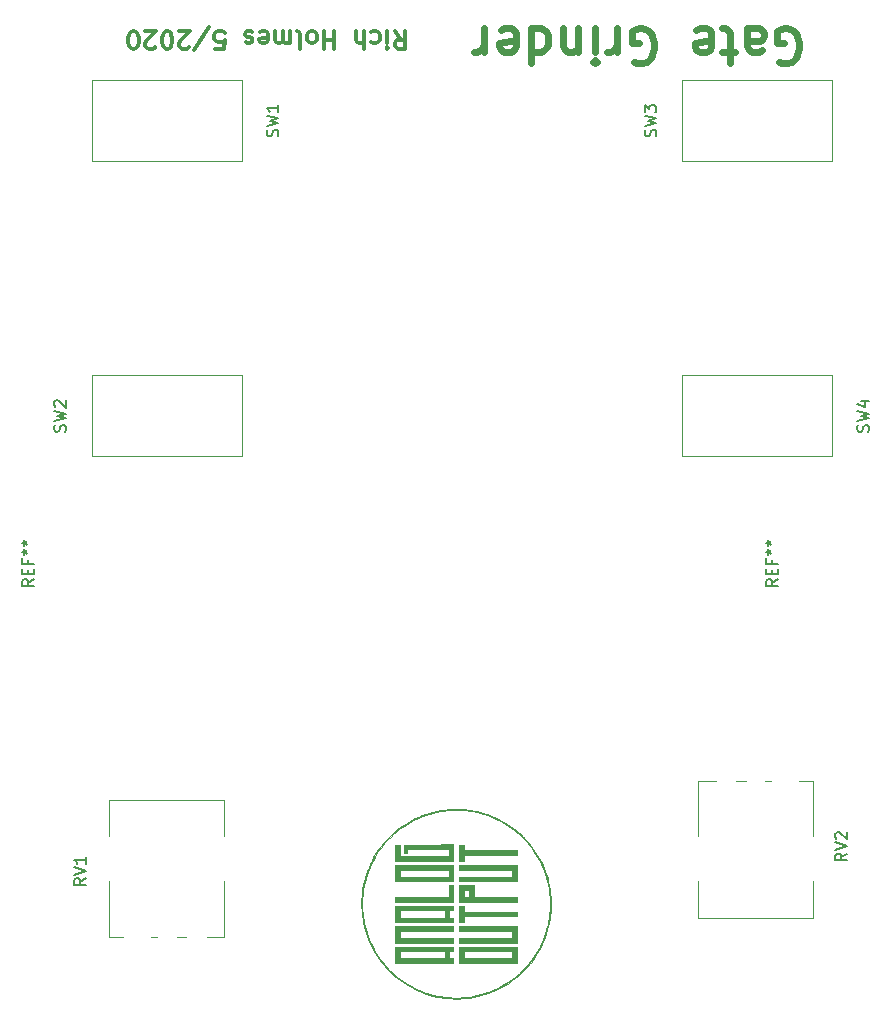
<source format=gbr>
G04 #@! TF.GenerationSoftware,KiCad,Pcbnew,5.1.5-52549c5~84~ubuntu18.04.1*
G04 #@! TF.CreationDate,2020-05-11T15:13:20-04:00*
G04 #@! TF.ProjectId,gategrinder_panelPCB,67617465-6772-4696-9e64-65725f70616e,rev?*
G04 #@! TF.SameCoordinates,Original*
G04 #@! TF.FileFunction,Legend,Top*
G04 #@! TF.FilePolarity,Positive*
%FSLAX46Y46*%
G04 Gerber Fmt 4.6, Leading zero omitted, Abs format (unit mm)*
G04 Created by KiCad (PCBNEW 5.1.5-52549c5~84~ubuntu18.04.1) date 2020-05-11 15:13:20*
%MOMM*%
%LPD*%
G04 APERTURE LIST*
%ADD10C,0.300000*%
%ADD11C,0.600000*%
%ADD12C,0.120000*%
%ADD13C,0.010000*%
%ADD14C,0.150000*%
G04 APERTURE END LIST*
D10*
X101821428Y-46921428D02*
X102321428Y-47635714D01*
X102678571Y-46921428D02*
X102678571Y-48421428D01*
X102107142Y-48421428D01*
X101964285Y-48350000D01*
X101892857Y-48278571D01*
X101821428Y-48135714D01*
X101821428Y-47921428D01*
X101892857Y-47778571D01*
X101964285Y-47707142D01*
X102107142Y-47635714D01*
X102678571Y-47635714D01*
X101178571Y-46921428D02*
X101178571Y-47921428D01*
X101178571Y-48421428D02*
X101250000Y-48350000D01*
X101178571Y-48278571D01*
X101107142Y-48350000D01*
X101178571Y-48421428D01*
X101178571Y-48278571D01*
X99821428Y-46992857D02*
X99964285Y-46921428D01*
X100250000Y-46921428D01*
X100392857Y-46992857D01*
X100464285Y-47064285D01*
X100535714Y-47207142D01*
X100535714Y-47635714D01*
X100464285Y-47778571D01*
X100392857Y-47850000D01*
X100250000Y-47921428D01*
X99964285Y-47921428D01*
X99821428Y-47850000D01*
X99178571Y-46921428D02*
X99178571Y-48421428D01*
X98535714Y-46921428D02*
X98535714Y-47707142D01*
X98607142Y-47850000D01*
X98750000Y-47921428D01*
X98964285Y-47921428D01*
X99107142Y-47850000D01*
X99178571Y-47778571D01*
X96678571Y-46921428D02*
X96678571Y-48421428D01*
X96678571Y-47707142D02*
X95821428Y-47707142D01*
X95821428Y-46921428D02*
X95821428Y-48421428D01*
X94892857Y-46921428D02*
X95035714Y-46992857D01*
X95107142Y-47064285D01*
X95178571Y-47207142D01*
X95178571Y-47635714D01*
X95107142Y-47778571D01*
X95035714Y-47850000D01*
X94892857Y-47921428D01*
X94678571Y-47921428D01*
X94535714Y-47850000D01*
X94464285Y-47778571D01*
X94392857Y-47635714D01*
X94392857Y-47207142D01*
X94464285Y-47064285D01*
X94535714Y-46992857D01*
X94678571Y-46921428D01*
X94892857Y-46921428D01*
X93535714Y-46921428D02*
X93678571Y-46992857D01*
X93750000Y-47135714D01*
X93750000Y-48421428D01*
X92964285Y-46921428D02*
X92964285Y-47921428D01*
X92964285Y-47778571D02*
X92892857Y-47850000D01*
X92750000Y-47921428D01*
X92535714Y-47921428D01*
X92392857Y-47850000D01*
X92321428Y-47707142D01*
X92321428Y-46921428D01*
X92321428Y-47707142D02*
X92250000Y-47850000D01*
X92107142Y-47921428D01*
X91892857Y-47921428D01*
X91750000Y-47850000D01*
X91678571Y-47707142D01*
X91678571Y-46921428D01*
X90392857Y-46992857D02*
X90535714Y-46921428D01*
X90821428Y-46921428D01*
X90964285Y-46992857D01*
X91035714Y-47135714D01*
X91035714Y-47707142D01*
X90964285Y-47850000D01*
X90821428Y-47921428D01*
X90535714Y-47921428D01*
X90392857Y-47850000D01*
X90321428Y-47707142D01*
X90321428Y-47564285D01*
X91035714Y-47421428D01*
X89750000Y-46992857D02*
X89607142Y-46921428D01*
X89321428Y-46921428D01*
X89178571Y-46992857D01*
X89107142Y-47135714D01*
X89107142Y-47207142D01*
X89178571Y-47350000D01*
X89321428Y-47421428D01*
X89535714Y-47421428D01*
X89678571Y-47492857D01*
X89750000Y-47635714D01*
X89750000Y-47707142D01*
X89678571Y-47850000D01*
X89535714Y-47921428D01*
X89321428Y-47921428D01*
X89178571Y-47850000D01*
X86607142Y-48421428D02*
X87321428Y-48421428D01*
X87392857Y-47707142D01*
X87321428Y-47778571D01*
X87178571Y-47850000D01*
X86821428Y-47850000D01*
X86678571Y-47778571D01*
X86607142Y-47707142D01*
X86535714Y-47564285D01*
X86535714Y-47207142D01*
X86607142Y-47064285D01*
X86678571Y-46992857D01*
X86821428Y-46921428D01*
X87178571Y-46921428D01*
X87321428Y-46992857D01*
X87392857Y-47064285D01*
X84821428Y-48492857D02*
X86107142Y-46564285D01*
X84392857Y-48278571D02*
X84321428Y-48350000D01*
X84178571Y-48421428D01*
X83821428Y-48421428D01*
X83678571Y-48350000D01*
X83607142Y-48278571D01*
X83535714Y-48135714D01*
X83535714Y-47992857D01*
X83607142Y-47778571D01*
X84464285Y-46921428D01*
X83535714Y-46921428D01*
X82607142Y-48421428D02*
X82464285Y-48421428D01*
X82321428Y-48350000D01*
X82250000Y-48278571D01*
X82178571Y-48135714D01*
X82107142Y-47850000D01*
X82107142Y-47492857D01*
X82178571Y-47207142D01*
X82250000Y-47064285D01*
X82321428Y-46992857D01*
X82464285Y-46921428D01*
X82607142Y-46921428D01*
X82750000Y-46992857D01*
X82821428Y-47064285D01*
X82892857Y-47207142D01*
X82964285Y-47492857D01*
X82964285Y-47850000D01*
X82892857Y-48135714D01*
X82821428Y-48278571D01*
X82750000Y-48350000D01*
X82607142Y-48421428D01*
X81535714Y-48278571D02*
X81464285Y-48350000D01*
X81321428Y-48421428D01*
X80964285Y-48421428D01*
X80821428Y-48350000D01*
X80750000Y-48278571D01*
X80678571Y-48135714D01*
X80678571Y-47992857D01*
X80750000Y-47778571D01*
X81607142Y-46921428D01*
X80678571Y-46921428D01*
X79750000Y-48421428D02*
X79607142Y-48421428D01*
X79464285Y-48350000D01*
X79392857Y-48278571D01*
X79321428Y-48135714D01*
X79250000Y-47850000D01*
X79250000Y-47492857D01*
X79321428Y-47207142D01*
X79392857Y-47064285D01*
X79464285Y-46992857D01*
X79607142Y-46921428D01*
X79750000Y-46921428D01*
X79892857Y-46992857D01*
X79964285Y-47064285D01*
X80035714Y-47207142D01*
X80107142Y-47492857D01*
X80107142Y-47850000D01*
X80035714Y-48135714D01*
X79964285Y-48278571D01*
X79892857Y-48350000D01*
X79750000Y-48421428D01*
D11*
X134328571Y-49500000D02*
X134614285Y-49642857D01*
X135042857Y-49642857D01*
X135471428Y-49500000D01*
X135757142Y-49214285D01*
X135900000Y-48928571D01*
X136042857Y-48357142D01*
X136042857Y-47928571D01*
X135900000Y-47357142D01*
X135757142Y-47071428D01*
X135471428Y-46785714D01*
X135042857Y-46642857D01*
X134757142Y-46642857D01*
X134328571Y-46785714D01*
X134185714Y-46928571D01*
X134185714Y-47928571D01*
X134757142Y-47928571D01*
X131614285Y-46642857D02*
X131614285Y-48214285D01*
X131757142Y-48500000D01*
X132042857Y-48642857D01*
X132614285Y-48642857D01*
X132900000Y-48500000D01*
X131614285Y-46785714D02*
X131900000Y-46642857D01*
X132614285Y-46642857D01*
X132900000Y-46785714D01*
X133042857Y-47071428D01*
X133042857Y-47357142D01*
X132900000Y-47642857D01*
X132614285Y-47785714D01*
X131900000Y-47785714D01*
X131614285Y-47928571D01*
X130614285Y-48642857D02*
X129471428Y-48642857D01*
X130185714Y-49642857D02*
X130185714Y-47071428D01*
X130042857Y-46785714D01*
X129757142Y-46642857D01*
X129471428Y-46642857D01*
X127328571Y-46785714D02*
X127614285Y-46642857D01*
X128185714Y-46642857D01*
X128471428Y-46785714D01*
X128614285Y-47071428D01*
X128614285Y-48214285D01*
X128471428Y-48500000D01*
X128185714Y-48642857D01*
X127614285Y-48642857D01*
X127328571Y-48500000D01*
X127185714Y-48214285D01*
X127185714Y-47928571D01*
X128614285Y-47642857D01*
X122042857Y-49500000D02*
X122328571Y-49642857D01*
X122757142Y-49642857D01*
X123185714Y-49500000D01*
X123471428Y-49214285D01*
X123614285Y-48928571D01*
X123757142Y-48357142D01*
X123757142Y-47928571D01*
X123614285Y-47357142D01*
X123471428Y-47071428D01*
X123185714Y-46785714D01*
X122757142Y-46642857D01*
X122471428Y-46642857D01*
X122042857Y-46785714D01*
X121900000Y-46928571D01*
X121900000Y-47928571D01*
X122471428Y-47928571D01*
X120614285Y-46642857D02*
X120614285Y-48642857D01*
X120614285Y-48071428D02*
X120471428Y-48357142D01*
X120328571Y-48500000D01*
X120042857Y-48642857D01*
X119757142Y-48642857D01*
X118757142Y-46642857D02*
X118757142Y-48642857D01*
X118757142Y-49642857D02*
X118900000Y-49500000D01*
X118757142Y-49357142D01*
X118614285Y-49500000D01*
X118757142Y-49642857D01*
X118757142Y-49357142D01*
X117328571Y-48642857D02*
X117328571Y-46642857D01*
X117328571Y-48357142D02*
X117185714Y-48500000D01*
X116900000Y-48642857D01*
X116471428Y-48642857D01*
X116185714Y-48500000D01*
X116042857Y-48214285D01*
X116042857Y-46642857D01*
X113328571Y-46642857D02*
X113328571Y-49642857D01*
X113328571Y-46785714D02*
X113614285Y-46642857D01*
X114185714Y-46642857D01*
X114471428Y-46785714D01*
X114614285Y-46928571D01*
X114757142Y-47214285D01*
X114757142Y-48071428D01*
X114614285Y-48357142D01*
X114471428Y-48500000D01*
X114185714Y-48642857D01*
X113614285Y-48642857D01*
X113328571Y-48500000D01*
X110757142Y-46785714D02*
X111042857Y-46642857D01*
X111614285Y-46642857D01*
X111900000Y-46785714D01*
X112042857Y-47071428D01*
X112042857Y-48214285D01*
X111900000Y-48500000D01*
X111614285Y-48642857D01*
X111042857Y-48642857D01*
X110757142Y-48500000D01*
X110614285Y-48214285D01*
X110614285Y-47928571D01*
X112042857Y-47642857D01*
X109328571Y-46642857D02*
X109328571Y-48642857D01*
X109328571Y-48071428D02*
X109185714Y-48357142D01*
X109042857Y-48500000D01*
X108757142Y-48642857D01*
X108471428Y-48642857D01*
D12*
X76150000Y-76080000D02*
X76160000Y-76080000D01*
X76150000Y-82930000D02*
X76150000Y-76080000D01*
X88840000Y-82930000D02*
X76150000Y-82930000D01*
X88850000Y-76070000D02*
X88850000Y-82930000D01*
X76150000Y-76070000D02*
X88850000Y-76070000D01*
D13*
G36*
X101852281Y-116864588D02*
G01*
X101853088Y-116801480D01*
X101853844Y-116728115D01*
X101854535Y-116646935D01*
X101855145Y-116560383D01*
X101855659Y-116470902D01*
X101856063Y-116380934D01*
X101856342Y-116292922D01*
X101856480Y-116209310D01*
X101856492Y-116178788D01*
X101856500Y-115783500D01*
X102262900Y-115783500D01*
X102262900Y-116767750D01*
X106358650Y-116767750D01*
X106358650Y-116170850D01*
X102847338Y-116170850D01*
X102845631Y-116315313D01*
X102843925Y-116459775D01*
X102705757Y-116461487D01*
X102567589Y-116463198D01*
X102569232Y-116123097D01*
X102570875Y-115782995D01*
X104667962Y-115781660D01*
X106765050Y-115780325D01*
X106765050Y-117155100D01*
X101848078Y-117155100D01*
X101852281Y-116864588D01*
G37*
X101852281Y-116864588D02*
X101853088Y-116801480D01*
X101853844Y-116728115D01*
X101854535Y-116646935D01*
X101855145Y-116560383D01*
X101855659Y-116470902D01*
X101856063Y-116380934D01*
X101856342Y-116292922D01*
X101856480Y-116209310D01*
X101856492Y-116178788D01*
X101856500Y-115783500D01*
X102262900Y-115783500D01*
X102262900Y-116767750D01*
X106358650Y-116767750D01*
X106358650Y-116170850D01*
X102847338Y-116170850D01*
X102845631Y-116315313D01*
X102843925Y-116459775D01*
X102705757Y-116461487D01*
X102567589Y-116463198D01*
X102569232Y-116123097D01*
X102570875Y-115782995D01*
X104667962Y-115781660D01*
X106765050Y-115780325D01*
X106765050Y-117155100D01*
X101848078Y-117155100D01*
X101852281Y-116864588D01*
G36*
X101851709Y-118201263D02*
G01*
X101853325Y-117513875D01*
X104309187Y-117512280D01*
X106765050Y-117510684D01*
X106765050Y-118888650D01*
X102262900Y-118888650D01*
X102262900Y-118494950D01*
X106358650Y-118494950D01*
X106358650Y-117904400D01*
X102262900Y-117904400D01*
X102262900Y-118494950D01*
X102262900Y-118888650D01*
X101850093Y-118888650D01*
X101851709Y-118201263D01*
G37*
X101851709Y-118201263D02*
X101853325Y-117513875D01*
X104309187Y-117512280D01*
X106765050Y-117510684D01*
X106765050Y-118888650D01*
X102262900Y-118888650D01*
X102262900Y-118494950D01*
X106358650Y-118494950D01*
X106358650Y-117904400D01*
X102262900Y-117904400D01*
X102262900Y-118494950D01*
X102262900Y-118888650D01*
X101850093Y-118888650D01*
X101851709Y-118201263D01*
G36*
X104105987Y-120233272D02*
G01*
X106355475Y-120231675D01*
X106357101Y-119737963D01*
X106358727Y-119244250D01*
X106765050Y-119244250D01*
X106765050Y-120622200D01*
X101856500Y-120622200D01*
X101856500Y-120234868D01*
X104105987Y-120233272D01*
G37*
X104105987Y-120233272D02*
X106355475Y-120231675D01*
X106357101Y-119737963D01*
X106358727Y-119244250D01*
X106765050Y-119244250D01*
X106765050Y-120622200D01*
X101856500Y-120622200D01*
X101856500Y-120234868D01*
X104105987Y-120233272D01*
G36*
X104309187Y-120979380D02*
G01*
X106765050Y-120977784D01*
X106765050Y-121365150D01*
X106358650Y-121365150D01*
X106358650Y-121962050D01*
X106765050Y-121962050D01*
X106765050Y-122355767D01*
X104309187Y-122354171D01*
X102262900Y-122352842D01*
X102262900Y-121962050D01*
X106085725Y-121962050D01*
X106084075Y-121665188D01*
X106082425Y-121368325D01*
X104172662Y-121366728D01*
X102262900Y-121365130D01*
X102262900Y-121962050D01*
X102262900Y-122352842D01*
X101853325Y-122352575D01*
X101853325Y-120980975D01*
X104309187Y-120979380D01*
G37*
X104309187Y-120979380D02*
X106765050Y-120977784D01*
X106765050Y-121365150D01*
X106358650Y-121365150D01*
X106358650Y-121962050D01*
X106765050Y-121962050D01*
X106765050Y-122355767D01*
X104309187Y-122354171D01*
X102262900Y-122352842D01*
X102262900Y-121962050D01*
X106085725Y-121962050D01*
X106084075Y-121665188D01*
X106082425Y-121368325D01*
X104172662Y-121366728D01*
X102262900Y-121365130D01*
X102262900Y-121962050D01*
X102262900Y-122352842D01*
X101853325Y-122352575D01*
X101853325Y-120980975D01*
X104309187Y-120979380D01*
G36*
X106765050Y-122711350D02*
G01*
X106765050Y-123098700D01*
X102262900Y-123098700D01*
X102262900Y-123695600D01*
X106765050Y-123695600D01*
X106765050Y-124082950D01*
X104513975Y-124084491D01*
X104343382Y-124084607D01*
X104174999Y-124084721D01*
X104009333Y-124084834D01*
X103846892Y-124084943D01*
X103688185Y-124085049D01*
X103533718Y-124085152D01*
X103383999Y-124085252D01*
X103239538Y-124085347D01*
X103100841Y-124085438D01*
X102968417Y-124085525D01*
X102842774Y-124085606D01*
X102724418Y-124085682D01*
X102613860Y-124085753D01*
X102511605Y-124085817D01*
X102418163Y-124085875D01*
X102334041Y-124085927D01*
X102259748Y-124085971D01*
X102195790Y-124086009D01*
X102142676Y-124086039D01*
X102100914Y-124086060D01*
X102071012Y-124086074D01*
X102058112Y-124086078D01*
X101853325Y-124086125D01*
X101853098Y-123398738D01*
X101852872Y-122711350D01*
X106765050Y-122711350D01*
G37*
X106765050Y-122711350D02*
X106765050Y-123098700D01*
X102262900Y-123098700D01*
X102262900Y-123695600D01*
X106765050Y-123695600D01*
X106765050Y-124082950D01*
X104513975Y-124084491D01*
X104343382Y-124084607D01*
X104174999Y-124084721D01*
X104009333Y-124084834D01*
X103846892Y-124084943D01*
X103688185Y-124085049D01*
X103533718Y-124085152D01*
X103383999Y-124085252D01*
X103239538Y-124085347D01*
X103100841Y-124085438D01*
X102968417Y-124085525D01*
X102842774Y-124085606D01*
X102724418Y-124085682D01*
X102613860Y-124085753D01*
X102511605Y-124085817D01*
X102418163Y-124085875D01*
X102334041Y-124085927D01*
X102259748Y-124085971D01*
X102195790Y-124086009D01*
X102142676Y-124086039D01*
X102100914Y-124086060D01*
X102071012Y-124086074D01*
X102058112Y-124086078D01*
X101853325Y-124086125D01*
X101853098Y-123398738D01*
X101852872Y-122711350D01*
X106765050Y-122711350D01*
G36*
X106765050Y-124444900D02*
G01*
X106765050Y-124832250D01*
X106358650Y-124832250D01*
X106358650Y-125429150D01*
X106765050Y-125429150D01*
X106765050Y-125816500D01*
X106563437Y-125816628D01*
X106541822Y-125816640D01*
X106508014Y-125816654D01*
X106462520Y-125816671D01*
X106405845Y-125816691D01*
X106338496Y-125816714D01*
X106260980Y-125816738D01*
X106173804Y-125816766D01*
X106077474Y-125816795D01*
X105972497Y-125816826D01*
X105859379Y-125816859D01*
X105738627Y-125816894D01*
X105610748Y-125816930D01*
X105476247Y-125816968D01*
X105335632Y-125817007D01*
X105189410Y-125817047D01*
X105038086Y-125817088D01*
X104882168Y-125817130D01*
X104722162Y-125817173D01*
X104558575Y-125817216D01*
X104391913Y-125817260D01*
X104222682Y-125817304D01*
X104107575Y-125817333D01*
X102262900Y-125817805D01*
X102262900Y-125429150D01*
X106085725Y-125429150D01*
X106084075Y-125132288D01*
X106082425Y-124835425D01*
X104172662Y-124833828D01*
X102262900Y-124832230D01*
X102262900Y-125429150D01*
X102262900Y-125817805D01*
X101853325Y-125817910D01*
X101853098Y-125131405D01*
X101852872Y-124444900D01*
X106765050Y-124444900D01*
G37*
X106765050Y-124444900D02*
X106765050Y-124832250D01*
X106358650Y-124832250D01*
X106358650Y-125429150D01*
X106765050Y-125429150D01*
X106765050Y-125816500D01*
X106563437Y-125816628D01*
X106541822Y-125816640D01*
X106508014Y-125816654D01*
X106462520Y-125816671D01*
X106405845Y-125816691D01*
X106338496Y-125816714D01*
X106260980Y-125816738D01*
X106173804Y-125816766D01*
X106077474Y-125816795D01*
X105972497Y-125816826D01*
X105859379Y-125816859D01*
X105738627Y-125816894D01*
X105610748Y-125816930D01*
X105476247Y-125816968D01*
X105335632Y-125817007D01*
X105189410Y-125817047D01*
X105038086Y-125817088D01*
X104882168Y-125817130D01*
X104722162Y-125817173D01*
X104558575Y-125817216D01*
X104391913Y-125817260D01*
X104222682Y-125817304D01*
X104107575Y-125817333D01*
X102262900Y-125817805D01*
X102262900Y-125429150D01*
X106085725Y-125429150D01*
X106084075Y-125132288D01*
X106082425Y-124835425D01*
X104172662Y-124833828D01*
X102262900Y-124832230D01*
X102262900Y-125429150D01*
X102262900Y-125817805D01*
X101853325Y-125817910D01*
X101853098Y-125131405D01*
X101852872Y-124444900D01*
X106765050Y-124444900D01*
G36*
X107641350Y-115783500D02*
G01*
X107641350Y-116272450D01*
X112143500Y-116272450D01*
X112143500Y-116666150D01*
X107641350Y-116666150D01*
X107641350Y-117155100D01*
X107234950Y-117155100D01*
X107234950Y-115783500D01*
X107641350Y-115783500D01*
G37*
X107641350Y-115783500D02*
X107641350Y-116272450D01*
X112143500Y-116272450D01*
X112143500Y-116666150D01*
X107641350Y-116666150D01*
X107641350Y-117155100D01*
X107234950Y-117155100D01*
X107234950Y-115783500D01*
X107641350Y-115783500D01*
G36*
X108498522Y-119244250D02*
G01*
X108500148Y-119737963D01*
X108501775Y-120231675D01*
X110322637Y-120233274D01*
X112143500Y-120234872D01*
X112143500Y-120622200D01*
X107959181Y-120622200D01*
X107959181Y-120233773D01*
X108001195Y-120233703D01*
X108036245Y-120233458D01*
X108062800Y-120233048D01*
X108079330Y-120232481D01*
X108084220Y-120231961D01*
X108086165Y-120228623D01*
X108087789Y-120219632D01*
X108089117Y-120204095D01*
X108090172Y-120181114D01*
X108090979Y-120149796D01*
X108091561Y-120109244D01*
X108091942Y-120058563D01*
X108092147Y-119996859D01*
X108092200Y-119933425D01*
X108092200Y-119637950D01*
X107641224Y-119637950D01*
X107642874Y-119934813D01*
X107644525Y-120231675D01*
X107860382Y-120233349D01*
X107911733Y-120233658D01*
X107959181Y-120233773D01*
X107959181Y-120622200D01*
X107234950Y-120622200D01*
X107234950Y-119244250D01*
X108498522Y-119244250D01*
G37*
X108498522Y-119244250D02*
X108500148Y-119737963D01*
X108501775Y-120231675D01*
X110322637Y-120233274D01*
X112143500Y-120234872D01*
X112143500Y-120622200D01*
X107959181Y-120622200D01*
X107959181Y-120233773D01*
X108001195Y-120233703D01*
X108036245Y-120233458D01*
X108062800Y-120233048D01*
X108079330Y-120232481D01*
X108084220Y-120231961D01*
X108086165Y-120228623D01*
X108087789Y-120219632D01*
X108089117Y-120204095D01*
X108090172Y-120181114D01*
X108090979Y-120149796D01*
X108091561Y-120109244D01*
X108091942Y-120058563D01*
X108092147Y-119996859D01*
X108092200Y-119933425D01*
X108092200Y-119637950D01*
X107641224Y-119637950D01*
X107642874Y-119934813D01*
X107644525Y-120231675D01*
X107860382Y-120233349D01*
X107911733Y-120233658D01*
X107959181Y-120233773D01*
X107959181Y-120622200D01*
X107234950Y-120622200D01*
X107234950Y-119244250D01*
X108498522Y-119244250D01*
G36*
X107641350Y-120977800D02*
G01*
X107641350Y-121473100D01*
X112143500Y-121473100D01*
X112143500Y-121860450D01*
X107641350Y-121860450D01*
X107641350Y-122355750D01*
X107234950Y-122355750D01*
X107234950Y-120977800D01*
X107641350Y-120977800D01*
G37*
X107641350Y-120977800D02*
X107641350Y-121473100D01*
X112143500Y-121473100D01*
X112143500Y-121860450D01*
X107641350Y-121860450D01*
X107641350Y-122355750D01*
X107234950Y-122355750D01*
X107234950Y-120977800D01*
X107641350Y-120977800D01*
G36*
X111737100Y-118501300D02*
G01*
X111737100Y-117904400D01*
X107234950Y-117904400D01*
X107234950Y-117517050D01*
X109486025Y-117515510D01*
X109656617Y-117515394D01*
X109825000Y-117515280D01*
X109990666Y-117515167D01*
X110153107Y-117515058D01*
X110311814Y-117514952D01*
X110466281Y-117514849D01*
X110616000Y-117514749D01*
X110760461Y-117514654D01*
X110899158Y-117514563D01*
X111031582Y-117514476D01*
X111157225Y-117514395D01*
X111275581Y-117514319D01*
X111386139Y-117514248D01*
X111488394Y-117514184D01*
X111581836Y-117514126D01*
X111665958Y-117514074D01*
X111740251Y-117514030D01*
X111804209Y-117513992D01*
X111857323Y-117513962D01*
X111899085Y-117513941D01*
X111928987Y-117513927D01*
X111941887Y-117513923D01*
X112146675Y-117513875D01*
X112146901Y-118201263D01*
X112147127Y-118888650D01*
X107234950Y-118888650D01*
X107234950Y-118501300D01*
X111737100Y-118501300D01*
G37*
X111737100Y-118501300D02*
X111737100Y-117904400D01*
X107234950Y-117904400D01*
X107234950Y-117517050D01*
X109486025Y-117515510D01*
X109656617Y-117515394D01*
X109825000Y-117515280D01*
X109990666Y-117515167D01*
X110153107Y-117515058D01*
X110311814Y-117514952D01*
X110466281Y-117514849D01*
X110616000Y-117514749D01*
X110760461Y-117514654D01*
X110899158Y-117514563D01*
X111031582Y-117514476D01*
X111157225Y-117514395D01*
X111275581Y-117514319D01*
X111386139Y-117514248D01*
X111488394Y-117514184D01*
X111581836Y-117514126D01*
X111665958Y-117514074D01*
X111740251Y-117514030D01*
X111804209Y-117513992D01*
X111857323Y-117513962D01*
X111899085Y-117513941D01*
X111928987Y-117513927D01*
X111941887Y-117513923D01*
X112146675Y-117513875D01*
X112146901Y-118201263D01*
X112147127Y-118888650D01*
X107234950Y-118888650D01*
X107234950Y-118501300D01*
X111737100Y-118501300D01*
G36*
X111737100Y-123695600D02*
G01*
X111737100Y-123098700D01*
X107234950Y-123098700D01*
X107234950Y-122711350D01*
X112147095Y-122711350D01*
X112147095Y-123397627D01*
X112147064Y-123489853D01*
X112146975Y-123578459D01*
X112146831Y-123662623D01*
X112146637Y-123741527D01*
X112146396Y-123814351D01*
X112146112Y-123880275D01*
X112145790Y-123938480D01*
X112145434Y-123988145D01*
X112145047Y-124028453D01*
X112144634Y-124058581D01*
X112144199Y-124077712D01*
X112143745Y-124085026D01*
X112143710Y-124085075D01*
X112137187Y-124085154D01*
X112118398Y-124085220D01*
X112087776Y-124085275D01*
X112045754Y-124085318D01*
X111992765Y-124085349D01*
X111929243Y-124085369D01*
X111855622Y-124085377D01*
X111772333Y-124085375D01*
X111679812Y-124085361D01*
X111578492Y-124085337D01*
X111468804Y-124085302D01*
X111351184Y-124085256D01*
X111226065Y-124085201D01*
X111093879Y-124085135D01*
X110955060Y-124085059D01*
X110810042Y-124084974D01*
X110659258Y-124084879D01*
X110503141Y-124084774D01*
X110342124Y-124084660D01*
X110176642Y-124084537D01*
X110007127Y-124084405D01*
X109834012Y-124084265D01*
X109687637Y-124084141D01*
X107234950Y-124082035D01*
X107234950Y-123695600D01*
X111737100Y-123695600D01*
G37*
X111737100Y-123695600D02*
X111737100Y-123098700D01*
X107234950Y-123098700D01*
X107234950Y-122711350D01*
X112147095Y-122711350D01*
X112147095Y-123397627D01*
X112147064Y-123489853D01*
X112146975Y-123578459D01*
X112146831Y-123662623D01*
X112146637Y-123741527D01*
X112146396Y-123814351D01*
X112146112Y-123880275D01*
X112145790Y-123938480D01*
X112145434Y-123988145D01*
X112145047Y-124028453D01*
X112144634Y-124058581D01*
X112144199Y-124077712D01*
X112143745Y-124085026D01*
X112143710Y-124085075D01*
X112137187Y-124085154D01*
X112118398Y-124085220D01*
X112087776Y-124085275D01*
X112045754Y-124085318D01*
X111992765Y-124085349D01*
X111929243Y-124085369D01*
X111855622Y-124085377D01*
X111772333Y-124085375D01*
X111679812Y-124085361D01*
X111578492Y-124085337D01*
X111468804Y-124085302D01*
X111351184Y-124085256D01*
X111226065Y-124085201D01*
X111093879Y-124085135D01*
X110955060Y-124085059D01*
X110810042Y-124084974D01*
X110659258Y-124084879D01*
X110503141Y-124084774D01*
X110342124Y-124084660D01*
X110176642Y-124084537D01*
X110007127Y-124084405D01*
X109834012Y-124084265D01*
X109687637Y-124084141D01*
X107234950Y-124082035D01*
X107234950Y-123695600D01*
X111737100Y-123695600D01*
G36*
X112149850Y-124444900D02*
G01*
X112149850Y-125129642D01*
X112149811Y-125221836D01*
X112149699Y-125310458D01*
X112149519Y-125394681D01*
X112149275Y-125473680D01*
X112148972Y-125546630D01*
X112148617Y-125612705D01*
X112148213Y-125671080D01*
X112147766Y-125720930D01*
X112147281Y-125761428D01*
X112146764Y-125791750D01*
X112146218Y-125811071D01*
X112145649Y-125818563D01*
X112145616Y-125818617D01*
X112139033Y-125818921D01*
X112120182Y-125819218D01*
X112089499Y-125819510D01*
X112047417Y-125819794D01*
X111994368Y-125820070D01*
X111930787Y-125820338D01*
X111857108Y-125820597D01*
X111773763Y-125820845D01*
X111681186Y-125821082D01*
X111579811Y-125821308D01*
X111470070Y-125821522D01*
X111352399Y-125821722D01*
X111227230Y-125821909D01*
X111094997Y-125822081D01*
X110956133Y-125822238D01*
X110811072Y-125822378D01*
X110660247Y-125822502D01*
X110504092Y-125822608D01*
X110343040Y-125822696D01*
X110177526Y-125822765D01*
X110007981Y-125822814D01*
X109834841Y-125822843D01*
X109688166Y-125822850D01*
X107641350Y-125822850D01*
X107641350Y-125429150D01*
X111737100Y-125429150D01*
X111737100Y-124832250D01*
X107641350Y-124832250D01*
X107641350Y-125429150D01*
X107641350Y-125822850D01*
X107234950Y-125822850D01*
X107234950Y-124444900D01*
X112149850Y-124444900D01*
G37*
X112149850Y-124444900D02*
X112149850Y-125129642D01*
X112149811Y-125221836D01*
X112149699Y-125310458D01*
X112149519Y-125394681D01*
X112149275Y-125473680D01*
X112148972Y-125546630D01*
X112148617Y-125612705D01*
X112148213Y-125671080D01*
X112147766Y-125720930D01*
X112147281Y-125761428D01*
X112146764Y-125791750D01*
X112146218Y-125811071D01*
X112145649Y-125818563D01*
X112145616Y-125818617D01*
X112139033Y-125818921D01*
X112120182Y-125819218D01*
X112089499Y-125819510D01*
X112047417Y-125819794D01*
X111994368Y-125820070D01*
X111930787Y-125820338D01*
X111857108Y-125820597D01*
X111773763Y-125820845D01*
X111681186Y-125821082D01*
X111579811Y-125821308D01*
X111470070Y-125821522D01*
X111352399Y-125821722D01*
X111227230Y-125821909D01*
X111094997Y-125822081D01*
X110956133Y-125822238D01*
X110811072Y-125822378D01*
X110660247Y-125822502D01*
X110504092Y-125822608D01*
X110343040Y-125822696D01*
X110177526Y-125822765D01*
X110007981Y-125822814D01*
X109834841Y-125822843D01*
X109688166Y-125822850D01*
X107641350Y-125822850D01*
X107641350Y-125429150D01*
X111737100Y-125429150D01*
X111737100Y-124832250D01*
X107641350Y-124832250D01*
X107641350Y-125429150D01*
X107641350Y-125822850D01*
X107234950Y-125822850D01*
X107234950Y-124444900D01*
X112149850Y-124444900D01*
G36*
X98975735Y-120625009D02*
G01*
X98982774Y-120409371D01*
X98995337Y-120201091D01*
X98996151Y-120190400D01*
X99027031Y-119871626D01*
X99070289Y-119555426D01*
X99125818Y-119242096D01*
X99193510Y-118931928D01*
X99273257Y-118625218D01*
X99364950Y-118322259D01*
X99468480Y-118023346D01*
X99583741Y-117728773D01*
X99710622Y-117438834D01*
X99849017Y-117153823D01*
X99998816Y-116874035D01*
X100159912Y-116599763D01*
X100332196Y-116331301D01*
X100510716Y-116075600D01*
X100698759Y-115827604D01*
X100897428Y-115586079D01*
X101106041Y-115351714D01*
X101323919Y-115125199D01*
X101550380Y-114907223D01*
X101784742Y-114698476D01*
X102026326Y-114499645D01*
X102200161Y-114366140D01*
X102458787Y-114181124D01*
X102724146Y-114006770D01*
X102995861Y-113843239D01*
X103273556Y-113690694D01*
X103556854Y-113549296D01*
X103845380Y-113419206D01*
X104138756Y-113300587D01*
X104436608Y-113193601D01*
X104738557Y-113098409D01*
X105044229Y-113015173D01*
X105353246Y-112944055D01*
X105631575Y-112890945D01*
X105804235Y-112862958D01*
X105975168Y-112838963D01*
X106147803Y-112818561D01*
X106325570Y-112801352D01*
X106511896Y-112786937D01*
X106539625Y-112785069D01*
X106579936Y-112782958D01*
X106631142Y-112781165D01*
X106691464Y-112779689D01*
X106759124Y-112778531D01*
X106832341Y-112777690D01*
X106909338Y-112777167D01*
X106988334Y-112776961D01*
X107067552Y-112777074D01*
X107145212Y-112777504D01*
X107219534Y-112778252D01*
X107288741Y-112779319D01*
X107351053Y-112780704D01*
X107404691Y-112782407D01*
X107447876Y-112784429D01*
X107457200Y-112785009D01*
X107725334Y-112806361D01*
X107984351Y-112834324D01*
X108236148Y-112869188D01*
X108482622Y-112911243D01*
X108725671Y-112960779D01*
X108943241Y-113012045D01*
X109253427Y-113096259D01*
X109558673Y-113192154D01*
X109858811Y-113299638D01*
X110153671Y-113418622D01*
X110443085Y-113549016D01*
X110726882Y-113690729D01*
X111004895Y-113843671D01*
X111276954Y-114007753D01*
X111542889Y-114182883D01*
X111802532Y-114368972D01*
X112055714Y-114565930D01*
X112302265Y-114773666D01*
X112383239Y-114845554D01*
X112418069Y-114877512D01*
X112460027Y-114917042D01*
X112507566Y-114962613D01*
X112559144Y-115012690D01*
X112613214Y-115065738D01*
X112668232Y-115120224D01*
X112722654Y-115174614D01*
X112774935Y-115227374D01*
X112823529Y-115276969D01*
X112866893Y-115321866D01*
X112903481Y-115360531D01*
X112921698Y-115380275D01*
X113134082Y-115622836D01*
X113335786Y-115872174D01*
X113526703Y-116128032D01*
X113706729Y-116390154D01*
X113875757Y-116658283D01*
X114033681Y-116932164D01*
X114180395Y-117211538D01*
X114315794Y-117496149D01*
X114439772Y-117785742D01*
X114552223Y-118080059D01*
X114653041Y-118378844D01*
X114742120Y-118681840D01*
X114819355Y-118988790D01*
X114884638Y-119299438D01*
X114937866Y-119613528D01*
X114978931Y-119930802D01*
X115007728Y-120251004D01*
X115020087Y-120466625D01*
X115021469Y-120505981D01*
X115022637Y-120555474D01*
X115023583Y-120612849D01*
X115024301Y-120675849D01*
X115024782Y-120742219D01*
X115025020Y-120809705D01*
X115025006Y-120876049D01*
X115024734Y-120938997D01*
X115024196Y-120996292D01*
X115023385Y-121045681D01*
X115022293Y-121084906D01*
X115022138Y-121088925D01*
X115003071Y-121410722D01*
X114971720Y-121729955D01*
X114928190Y-122046341D01*
X114872587Y-122359596D01*
X114805016Y-122669438D01*
X114725583Y-122975584D01*
X114634392Y-123277751D01*
X114531550Y-123575655D01*
X114417162Y-123869013D01*
X114291333Y-124157543D01*
X114154168Y-124440962D01*
X114005773Y-124718985D01*
X113846253Y-124991331D01*
X113675714Y-125257715D01*
X113494261Y-125517856D01*
X113302000Y-125771470D01*
X113258532Y-125826025D01*
X113082109Y-126037418D01*
X112894938Y-126246302D01*
X112698964Y-126450677D01*
X112496129Y-126648541D01*
X112288375Y-126837893D01*
X112210175Y-126905801D01*
X111969527Y-127103678D01*
X111720284Y-127292429D01*
X111463034Y-127471698D01*
X111198365Y-127641129D01*
X110926867Y-127800368D01*
X110649127Y-127949059D01*
X110365734Y-128086847D01*
X110077277Y-128213377D01*
X109974975Y-128255038D01*
X109677599Y-128366951D01*
X109376886Y-128466713D01*
X109073211Y-128554313D01*
X108766952Y-128629739D01*
X108458484Y-128692978D01*
X108148185Y-128744020D01*
X107836431Y-128782850D01*
X107523599Y-128809459D01*
X107210065Y-128823833D01*
X107000000Y-128825257D01*
X107000000Y-128740525D01*
X107096293Y-128740420D01*
X107181638Y-128740053D01*
X107257786Y-128739342D01*
X107326488Y-128738208D01*
X107389495Y-128736571D01*
X107448557Y-128734351D01*
X107505424Y-128731468D01*
X107561849Y-128727841D01*
X107619581Y-128723391D01*
X107680371Y-128718037D01*
X107745971Y-128711699D01*
X107818131Y-128704298D01*
X107838200Y-128702188D01*
X108151784Y-128662733D01*
X108462810Y-128610918D01*
X108770937Y-128546887D01*
X109075827Y-128470786D01*
X109377138Y-128382758D01*
X109674531Y-128282949D01*
X109967665Y-128171503D01*
X110256201Y-128048565D01*
X110539799Y-127914278D01*
X110818118Y-127768789D01*
X111090819Y-127612242D01*
X111357562Y-127444781D01*
X111618007Y-127266550D01*
X111871813Y-127077696D01*
X112111595Y-126884278D01*
X112181174Y-126825300D01*
X112246716Y-126768385D01*
X112310173Y-126711728D01*
X112373500Y-126653524D01*
X112438647Y-126591968D01*
X112507568Y-126525256D01*
X112582215Y-126451582D01*
X112613744Y-126420129D01*
X112740062Y-126291722D01*
X112857562Y-126167782D01*
X112968192Y-126046037D01*
X113073898Y-125924215D01*
X113176628Y-125800044D01*
X113278330Y-125671255D01*
X113380950Y-125535573D01*
X113434290Y-125462960D01*
X113603233Y-125220788D01*
X113764170Y-124969703D01*
X113916523Y-124710879D01*
X114059718Y-124445489D01*
X114193179Y-124174710D01*
X114316331Y-123899715D01*
X114428598Y-123621679D01*
X114529404Y-123341777D01*
X114618175Y-123061182D01*
X114628524Y-123025675D01*
X114691549Y-122796154D01*
X114746941Y-122570120D01*
X114795055Y-122345439D01*
X114836244Y-122119972D01*
X114870863Y-121891585D01*
X114899267Y-121658141D01*
X114921810Y-121417502D01*
X114938847Y-121167534D01*
X114939864Y-121149250D01*
X114940894Y-121121293D01*
X114941600Y-121082221D01*
X114942002Y-121033615D01*
X114942121Y-120977056D01*
X114941975Y-120914126D01*
X114941584Y-120846404D01*
X114940970Y-120775472D01*
X114940150Y-120702911D01*
X114939146Y-120630302D01*
X114937976Y-120559224D01*
X114936661Y-120491260D01*
X114935221Y-120427990D01*
X114933675Y-120370995D01*
X114932043Y-120321856D01*
X114930346Y-120282154D01*
X114928635Y-120253900D01*
X114916665Y-120109442D01*
X114903570Y-119974159D01*
X114888923Y-119844545D01*
X114872300Y-119717097D01*
X114853277Y-119588308D01*
X114832359Y-119460150D01*
X114773295Y-119150510D01*
X114701975Y-118843869D01*
X114618569Y-118540608D01*
X114523249Y-118241105D01*
X114416185Y-117945737D01*
X114297547Y-117654884D01*
X114167506Y-117368923D01*
X114026233Y-117088234D01*
X113873898Y-116813194D01*
X113710672Y-116544181D01*
X113536725Y-116281575D01*
X113352227Y-116025753D01*
X113190866Y-115818425D01*
X113017043Y-115610283D01*
X112833804Y-115405548D01*
X112643227Y-115206369D01*
X112447393Y-115014898D01*
X112248381Y-114833285D01*
X112184632Y-114777831D01*
X111938812Y-114574860D01*
X111685875Y-114382363D01*
X111426036Y-114200468D01*
X111159510Y-114029306D01*
X110886511Y-113869009D01*
X110607255Y-113719705D01*
X110321957Y-113581527D01*
X110030832Y-113454604D01*
X109954666Y-113423646D01*
X109657325Y-113311364D01*
X109356408Y-113211208D01*
X109052227Y-113123252D01*
X108745092Y-113047572D01*
X108435316Y-112984244D01*
X108123210Y-112933342D01*
X107809086Y-112894942D01*
X107739775Y-112888183D01*
X107674465Y-112882207D01*
X107615676Y-112877107D01*
X107561664Y-112872815D01*
X107510687Y-112869263D01*
X107461004Y-112866382D01*
X107410873Y-112864106D01*
X107358551Y-112862366D01*
X107302296Y-112861093D01*
X107240367Y-112860221D01*
X107171022Y-112859681D01*
X107092518Y-112859405D01*
X107003113Y-112859326D01*
X107000000Y-112859325D01*
X106910211Y-112859400D01*
X106831379Y-112859668D01*
X106761763Y-112860199D01*
X106699620Y-112861059D01*
X106643208Y-112862317D01*
X106590785Y-112864041D01*
X106540610Y-112866299D01*
X106490940Y-112869159D01*
X106440033Y-112872688D01*
X106386147Y-112876955D01*
X106327541Y-112882028D01*
X106262471Y-112887974D01*
X106260225Y-112888183D01*
X105946587Y-112923729D01*
X105635048Y-112971716D01*
X105325996Y-113032001D01*
X105019818Y-113104441D01*
X104716902Y-113188891D01*
X104417635Y-113285209D01*
X104122406Y-113393252D01*
X103831601Y-113512876D01*
X103545608Y-113643939D01*
X103264815Y-113786296D01*
X102989610Y-113939804D01*
X102720379Y-114104321D01*
X102457511Y-114279703D01*
X102415300Y-114309306D01*
X102161644Y-114496191D01*
X101915341Y-114693354D01*
X101676690Y-114900514D01*
X101445990Y-115117389D01*
X101223539Y-115343696D01*
X101009637Y-115579154D01*
X100804582Y-115823481D01*
X100785687Y-115847000D01*
X100598764Y-116090568D01*
X100420822Y-116342808D01*
X100252232Y-116603058D01*
X100093367Y-116870652D01*
X99944601Y-117144925D01*
X99806305Y-117425213D01*
X99678853Y-117710851D01*
X99562617Y-118001175D01*
X99532502Y-118082200D01*
X99435024Y-118365528D01*
X99348738Y-118651701D01*
X99273486Y-118941467D01*
X99209108Y-119235573D01*
X99155447Y-119534766D01*
X99112344Y-119839791D01*
X99079641Y-120151396D01*
X99070767Y-120260250D01*
X99067595Y-120311370D01*
X99064898Y-120373408D01*
X99062679Y-120444593D01*
X99060935Y-120523153D01*
X99059667Y-120607315D01*
X99058876Y-120695309D01*
X99058561Y-120785361D01*
X99058722Y-120875700D01*
X99059359Y-120964553D01*
X99060473Y-121050149D01*
X99062062Y-121130716D01*
X99064128Y-121204480D01*
X99066670Y-121269671D01*
X99069689Y-121324517D01*
X99070767Y-121339750D01*
X99095598Y-121615546D01*
X99127842Y-121882838D01*
X99167858Y-122143686D01*
X99216002Y-122400144D01*
X99272631Y-122654271D01*
X99338104Y-122908124D01*
X99351805Y-122957319D01*
X99442852Y-123257127D01*
X99545948Y-123553427D01*
X99660819Y-123845696D01*
X99787187Y-124133407D01*
X99924778Y-124416037D01*
X100073317Y-124693060D01*
X100232527Y-124963952D01*
X100402134Y-125228188D01*
X100581861Y-125485244D01*
X100771434Y-125734595D01*
X100880928Y-125869628D01*
X101004537Y-126014563D01*
X101135990Y-126161129D01*
X101272948Y-126306920D01*
X101413072Y-126449530D01*
X101554023Y-126586553D01*
X101693463Y-126715583D01*
X101764425Y-126778569D01*
X102007239Y-126982443D01*
X102257244Y-127175992D01*
X102514096Y-127359065D01*
X102777449Y-127531512D01*
X103046959Y-127693183D01*
X103322283Y-127843927D01*
X103603076Y-127983592D01*
X103888995Y-128112030D01*
X104179694Y-128229088D01*
X104474830Y-128334617D01*
X104774058Y-128428466D01*
X105077035Y-128510485D01*
X105383415Y-128580522D01*
X105692856Y-128638428D01*
X106005012Y-128684051D01*
X106161800Y-128702188D01*
X106235953Y-128709879D01*
X106303091Y-128716486D01*
X106364965Y-128722088D01*
X106423324Y-128726765D01*
X106479920Y-128730599D01*
X106536504Y-128733668D01*
X106594826Y-128736053D01*
X106656638Y-128737834D01*
X106723689Y-128739091D01*
X106797731Y-128739904D01*
X106880515Y-128740353D01*
X106973791Y-128740519D01*
X107000000Y-128740525D01*
X107000000Y-128825257D01*
X106896206Y-128825961D01*
X106582399Y-128815831D01*
X106269019Y-128793431D01*
X105956445Y-128758748D01*
X105645052Y-128711771D01*
X105335217Y-128652488D01*
X105027317Y-128580887D01*
X104721728Y-128496955D01*
X104504450Y-128429244D01*
X104203487Y-128324074D01*
X103907463Y-128207255D01*
X103616663Y-128078952D01*
X103331376Y-127939335D01*
X103051888Y-127788571D01*
X102778485Y-127626826D01*
X102511455Y-127454269D01*
X102251084Y-127271068D01*
X101997661Y-127077389D01*
X101751470Y-126873401D01*
X101580275Y-126721538D01*
X101548295Y-126691783D01*
X101509116Y-126654406D01*
X101464307Y-126610971D01*
X101415433Y-126563046D01*
X101364061Y-126512197D01*
X101311757Y-126459992D01*
X101260090Y-126407996D01*
X101210624Y-126357778D01*
X101164928Y-126310903D01*
X101124568Y-126268938D01*
X101091110Y-126233451D01*
X101078462Y-126219725D01*
X100867276Y-125978953D01*
X100666321Y-125730816D01*
X100475760Y-125475604D01*
X100295753Y-125213605D01*
X100126464Y-124945110D01*
X99968054Y-124670406D01*
X99820685Y-124389784D01*
X99684520Y-124103531D01*
X99559720Y-123811939D01*
X99446447Y-123515295D01*
X99344863Y-123213889D01*
X99287174Y-123022500D01*
X99204847Y-122713603D01*
X99134900Y-122401890D01*
X99077345Y-122087412D01*
X99032191Y-121770225D01*
X99002451Y-121485800D01*
X98987578Y-121278403D01*
X98978156Y-121063293D01*
X98974202Y-120844240D01*
X98975735Y-120625009D01*
G37*
X98975735Y-120625009D02*
X98982774Y-120409371D01*
X98995337Y-120201091D01*
X98996151Y-120190400D01*
X99027031Y-119871626D01*
X99070289Y-119555426D01*
X99125818Y-119242096D01*
X99193510Y-118931928D01*
X99273257Y-118625218D01*
X99364950Y-118322259D01*
X99468480Y-118023346D01*
X99583741Y-117728773D01*
X99710622Y-117438834D01*
X99849017Y-117153823D01*
X99998816Y-116874035D01*
X100159912Y-116599763D01*
X100332196Y-116331301D01*
X100510716Y-116075600D01*
X100698759Y-115827604D01*
X100897428Y-115586079D01*
X101106041Y-115351714D01*
X101323919Y-115125199D01*
X101550380Y-114907223D01*
X101784742Y-114698476D01*
X102026326Y-114499645D01*
X102200161Y-114366140D01*
X102458787Y-114181124D01*
X102724146Y-114006770D01*
X102995861Y-113843239D01*
X103273556Y-113690694D01*
X103556854Y-113549296D01*
X103845380Y-113419206D01*
X104138756Y-113300587D01*
X104436608Y-113193601D01*
X104738557Y-113098409D01*
X105044229Y-113015173D01*
X105353246Y-112944055D01*
X105631575Y-112890945D01*
X105804235Y-112862958D01*
X105975168Y-112838963D01*
X106147803Y-112818561D01*
X106325570Y-112801352D01*
X106511896Y-112786937D01*
X106539625Y-112785069D01*
X106579936Y-112782958D01*
X106631142Y-112781165D01*
X106691464Y-112779689D01*
X106759124Y-112778531D01*
X106832341Y-112777690D01*
X106909338Y-112777167D01*
X106988334Y-112776961D01*
X107067552Y-112777074D01*
X107145212Y-112777504D01*
X107219534Y-112778252D01*
X107288741Y-112779319D01*
X107351053Y-112780704D01*
X107404691Y-112782407D01*
X107447876Y-112784429D01*
X107457200Y-112785009D01*
X107725334Y-112806361D01*
X107984351Y-112834324D01*
X108236148Y-112869188D01*
X108482622Y-112911243D01*
X108725671Y-112960779D01*
X108943241Y-113012045D01*
X109253427Y-113096259D01*
X109558673Y-113192154D01*
X109858811Y-113299638D01*
X110153671Y-113418622D01*
X110443085Y-113549016D01*
X110726882Y-113690729D01*
X111004895Y-113843671D01*
X111276954Y-114007753D01*
X111542889Y-114182883D01*
X111802532Y-114368972D01*
X112055714Y-114565930D01*
X112302265Y-114773666D01*
X112383239Y-114845554D01*
X112418069Y-114877512D01*
X112460027Y-114917042D01*
X112507566Y-114962613D01*
X112559144Y-115012690D01*
X112613214Y-115065738D01*
X112668232Y-115120224D01*
X112722654Y-115174614D01*
X112774935Y-115227374D01*
X112823529Y-115276969D01*
X112866893Y-115321866D01*
X112903481Y-115360531D01*
X112921698Y-115380275D01*
X113134082Y-115622836D01*
X113335786Y-115872174D01*
X113526703Y-116128032D01*
X113706729Y-116390154D01*
X113875757Y-116658283D01*
X114033681Y-116932164D01*
X114180395Y-117211538D01*
X114315794Y-117496149D01*
X114439772Y-117785742D01*
X114552223Y-118080059D01*
X114653041Y-118378844D01*
X114742120Y-118681840D01*
X114819355Y-118988790D01*
X114884638Y-119299438D01*
X114937866Y-119613528D01*
X114978931Y-119930802D01*
X115007728Y-120251004D01*
X115020087Y-120466625D01*
X115021469Y-120505981D01*
X115022637Y-120555474D01*
X115023583Y-120612849D01*
X115024301Y-120675849D01*
X115024782Y-120742219D01*
X115025020Y-120809705D01*
X115025006Y-120876049D01*
X115024734Y-120938997D01*
X115024196Y-120996292D01*
X115023385Y-121045681D01*
X115022293Y-121084906D01*
X115022138Y-121088925D01*
X115003071Y-121410722D01*
X114971720Y-121729955D01*
X114928190Y-122046341D01*
X114872587Y-122359596D01*
X114805016Y-122669438D01*
X114725583Y-122975584D01*
X114634392Y-123277751D01*
X114531550Y-123575655D01*
X114417162Y-123869013D01*
X114291333Y-124157543D01*
X114154168Y-124440962D01*
X114005773Y-124718985D01*
X113846253Y-124991331D01*
X113675714Y-125257715D01*
X113494261Y-125517856D01*
X113302000Y-125771470D01*
X113258532Y-125826025D01*
X113082109Y-126037418D01*
X112894938Y-126246302D01*
X112698964Y-126450677D01*
X112496129Y-126648541D01*
X112288375Y-126837893D01*
X112210175Y-126905801D01*
X111969527Y-127103678D01*
X111720284Y-127292429D01*
X111463034Y-127471698D01*
X111198365Y-127641129D01*
X110926867Y-127800368D01*
X110649127Y-127949059D01*
X110365734Y-128086847D01*
X110077277Y-128213377D01*
X109974975Y-128255038D01*
X109677599Y-128366951D01*
X109376886Y-128466713D01*
X109073211Y-128554313D01*
X108766952Y-128629739D01*
X108458484Y-128692978D01*
X108148185Y-128744020D01*
X107836431Y-128782850D01*
X107523599Y-128809459D01*
X107210065Y-128823833D01*
X107000000Y-128825257D01*
X107000000Y-128740525D01*
X107096293Y-128740420D01*
X107181638Y-128740053D01*
X107257786Y-128739342D01*
X107326488Y-128738208D01*
X107389495Y-128736571D01*
X107448557Y-128734351D01*
X107505424Y-128731468D01*
X107561849Y-128727841D01*
X107619581Y-128723391D01*
X107680371Y-128718037D01*
X107745971Y-128711699D01*
X107818131Y-128704298D01*
X107838200Y-128702188D01*
X108151784Y-128662733D01*
X108462810Y-128610918D01*
X108770937Y-128546887D01*
X109075827Y-128470786D01*
X109377138Y-128382758D01*
X109674531Y-128282949D01*
X109967665Y-128171503D01*
X110256201Y-128048565D01*
X110539799Y-127914278D01*
X110818118Y-127768789D01*
X111090819Y-127612242D01*
X111357562Y-127444781D01*
X111618007Y-127266550D01*
X111871813Y-127077696D01*
X112111595Y-126884278D01*
X112181174Y-126825300D01*
X112246716Y-126768385D01*
X112310173Y-126711728D01*
X112373500Y-126653524D01*
X112438647Y-126591968D01*
X112507568Y-126525256D01*
X112582215Y-126451582D01*
X112613744Y-126420129D01*
X112740062Y-126291722D01*
X112857562Y-126167782D01*
X112968192Y-126046037D01*
X113073898Y-125924215D01*
X113176628Y-125800044D01*
X113278330Y-125671255D01*
X113380950Y-125535573D01*
X113434290Y-125462960D01*
X113603233Y-125220788D01*
X113764170Y-124969703D01*
X113916523Y-124710879D01*
X114059718Y-124445489D01*
X114193179Y-124174710D01*
X114316331Y-123899715D01*
X114428598Y-123621679D01*
X114529404Y-123341777D01*
X114618175Y-123061182D01*
X114628524Y-123025675D01*
X114691549Y-122796154D01*
X114746941Y-122570120D01*
X114795055Y-122345439D01*
X114836244Y-122119972D01*
X114870863Y-121891585D01*
X114899267Y-121658141D01*
X114921810Y-121417502D01*
X114938847Y-121167534D01*
X114939864Y-121149250D01*
X114940894Y-121121293D01*
X114941600Y-121082221D01*
X114942002Y-121033615D01*
X114942121Y-120977056D01*
X114941975Y-120914126D01*
X114941584Y-120846404D01*
X114940970Y-120775472D01*
X114940150Y-120702911D01*
X114939146Y-120630302D01*
X114937976Y-120559224D01*
X114936661Y-120491260D01*
X114935221Y-120427990D01*
X114933675Y-120370995D01*
X114932043Y-120321856D01*
X114930346Y-120282154D01*
X114928635Y-120253900D01*
X114916665Y-120109442D01*
X114903570Y-119974159D01*
X114888923Y-119844545D01*
X114872300Y-119717097D01*
X114853277Y-119588308D01*
X114832359Y-119460150D01*
X114773295Y-119150510D01*
X114701975Y-118843869D01*
X114618569Y-118540608D01*
X114523249Y-118241105D01*
X114416185Y-117945737D01*
X114297547Y-117654884D01*
X114167506Y-117368923D01*
X114026233Y-117088234D01*
X113873898Y-116813194D01*
X113710672Y-116544181D01*
X113536725Y-116281575D01*
X113352227Y-116025753D01*
X113190866Y-115818425D01*
X113017043Y-115610283D01*
X112833804Y-115405548D01*
X112643227Y-115206369D01*
X112447393Y-115014898D01*
X112248381Y-114833285D01*
X112184632Y-114777831D01*
X111938812Y-114574860D01*
X111685875Y-114382363D01*
X111426036Y-114200468D01*
X111159510Y-114029306D01*
X110886511Y-113869009D01*
X110607255Y-113719705D01*
X110321957Y-113581527D01*
X110030832Y-113454604D01*
X109954666Y-113423646D01*
X109657325Y-113311364D01*
X109356408Y-113211208D01*
X109052227Y-113123252D01*
X108745092Y-113047572D01*
X108435316Y-112984244D01*
X108123210Y-112933342D01*
X107809086Y-112894942D01*
X107739775Y-112888183D01*
X107674465Y-112882207D01*
X107615676Y-112877107D01*
X107561664Y-112872815D01*
X107510687Y-112869263D01*
X107461004Y-112866382D01*
X107410873Y-112864106D01*
X107358551Y-112862366D01*
X107302296Y-112861093D01*
X107240367Y-112860221D01*
X107171022Y-112859681D01*
X107092518Y-112859405D01*
X107003113Y-112859326D01*
X107000000Y-112859325D01*
X106910211Y-112859400D01*
X106831379Y-112859668D01*
X106761763Y-112860199D01*
X106699620Y-112861059D01*
X106643208Y-112862317D01*
X106590785Y-112864041D01*
X106540610Y-112866299D01*
X106490940Y-112869159D01*
X106440033Y-112872688D01*
X106386147Y-112876955D01*
X106327541Y-112882028D01*
X106262471Y-112887974D01*
X106260225Y-112888183D01*
X105946587Y-112923729D01*
X105635048Y-112971716D01*
X105325996Y-113032001D01*
X105019818Y-113104441D01*
X104716902Y-113188891D01*
X104417635Y-113285209D01*
X104122406Y-113393252D01*
X103831601Y-113512876D01*
X103545608Y-113643939D01*
X103264815Y-113786296D01*
X102989610Y-113939804D01*
X102720379Y-114104321D01*
X102457511Y-114279703D01*
X102415300Y-114309306D01*
X102161644Y-114496191D01*
X101915341Y-114693354D01*
X101676690Y-114900514D01*
X101445990Y-115117389D01*
X101223539Y-115343696D01*
X101009637Y-115579154D01*
X100804582Y-115823481D01*
X100785687Y-115847000D01*
X100598764Y-116090568D01*
X100420822Y-116342808D01*
X100252232Y-116603058D01*
X100093367Y-116870652D01*
X99944601Y-117144925D01*
X99806305Y-117425213D01*
X99678853Y-117710851D01*
X99562617Y-118001175D01*
X99532502Y-118082200D01*
X99435024Y-118365528D01*
X99348738Y-118651701D01*
X99273486Y-118941467D01*
X99209108Y-119235573D01*
X99155447Y-119534766D01*
X99112344Y-119839791D01*
X99079641Y-120151396D01*
X99070767Y-120260250D01*
X99067595Y-120311370D01*
X99064898Y-120373408D01*
X99062679Y-120444593D01*
X99060935Y-120523153D01*
X99059667Y-120607315D01*
X99058876Y-120695309D01*
X99058561Y-120785361D01*
X99058722Y-120875700D01*
X99059359Y-120964553D01*
X99060473Y-121050149D01*
X99062062Y-121130716D01*
X99064128Y-121204480D01*
X99066670Y-121269671D01*
X99069689Y-121324517D01*
X99070767Y-121339750D01*
X99095598Y-121615546D01*
X99127842Y-121882838D01*
X99167858Y-122143686D01*
X99216002Y-122400144D01*
X99272631Y-122654271D01*
X99338104Y-122908124D01*
X99351805Y-122957319D01*
X99442852Y-123257127D01*
X99545948Y-123553427D01*
X99660819Y-123845696D01*
X99787187Y-124133407D01*
X99924778Y-124416037D01*
X100073317Y-124693060D01*
X100232527Y-124963952D01*
X100402134Y-125228188D01*
X100581861Y-125485244D01*
X100771434Y-125734595D01*
X100880928Y-125869628D01*
X101004537Y-126014563D01*
X101135990Y-126161129D01*
X101272948Y-126306920D01*
X101413072Y-126449530D01*
X101554023Y-126586553D01*
X101693463Y-126715583D01*
X101764425Y-126778569D01*
X102007239Y-126982443D01*
X102257244Y-127175992D01*
X102514096Y-127359065D01*
X102777449Y-127531512D01*
X103046959Y-127693183D01*
X103322283Y-127843927D01*
X103603076Y-127983592D01*
X103888995Y-128112030D01*
X104179694Y-128229088D01*
X104474830Y-128334617D01*
X104774058Y-128428466D01*
X105077035Y-128510485D01*
X105383415Y-128580522D01*
X105692856Y-128638428D01*
X106005012Y-128684051D01*
X106161800Y-128702188D01*
X106235953Y-128709879D01*
X106303091Y-128716486D01*
X106364965Y-128722088D01*
X106423324Y-128726765D01*
X106479920Y-128730599D01*
X106536504Y-128733668D01*
X106594826Y-128736053D01*
X106656638Y-128737834D01*
X106723689Y-128739091D01*
X106797731Y-128739904D01*
X106880515Y-128740353D01*
X106973791Y-128740519D01*
X107000000Y-128740525D01*
X107000000Y-128825257D01*
X106896206Y-128825961D01*
X106582399Y-128815831D01*
X106269019Y-128793431D01*
X105956445Y-128758748D01*
X105645052Y-128711771D01*
X105335217Y-128652488D01*
X105027317Y-128580887D01*
X104721728Y-128496955D01*
X104504450Y-128429244D01*
X104203487Y-128324074D01*
X103907463Y-128207255D01*
X103616663Y-128078952D01*
X103331376Y-127939335D01*
X103051888Y-127788571D01*
X102778485Y-127626826D01*
X102511455Y-127454269D01*
X102251084Y-127271068D01*
X101997661Y-127077389D01*
X101751470Y-126873401D01*
X101580275Y-126721538D01*
X101548295Y-126691783D01*
X101509116Y-126654406D01*
X101464307Y-126610971D01*
X101415433Y-126563046D01*
X101364061Y-126512197D01*
X101311757Y-126459992D01*
X101260090Y-126407996D01*
X101210624Y-126357778D01*
X101164928Y-126310903D01*
X101124568Y-126268938D01*
X101091110Y-126233451D01*
X101078462Y-126219725D01*
X100867276Y-125978953D01*
X100666321Y-125730816D01*
X100475760Y-125475604D01*
X100295753Y-125213605D01*
X100126464Y-124945110D01*
X99968054Y-124670406D01*
X99820685Y-124389784D01*
X99684520Y-124103531D01*
X99559720Y-123811939D01*
X99446447Y-123515295D01*
X99344863Y-123213889D01*
X99287174Y-123022500D01*
X99204847Y-122713603D01*
X99134900Y-122401890D01*
X99077345Y-122087412D01*
X99032191Y-121770225D01*
X99002451Y-121485800D01*
X98987578Y-121278403D01*
X98978156Y-121063293D01*
X98974202Y-120844240D01*
X98975735Y-120625009D01*
D12*
X138850000Y-82920000D02*
X138840000Y-82920000D01*
X138850000Y-76070000D02*
X138850000Y-82920000D01*
X126160000Y-76070000D02*
X138850000Y-76070000D01*
X126150000Y-82930000D02*
X126150000Y-76070000D01*
X138850000Y-82930000D02*
X126150000Y-82930000D01*
X126150000Y-51080000D02*
X126160000Y-51080000D01*
X126150000Y-57930000D02*
X126150000Y-51080000D01*
X138840000Y-57930000D02*
X126150000Y-57930000D01*
X138850000Y-51070000D02*
X138850000Y-57930000D01*
X126150000Y-51070000D02*
X138850000Y-51070000D01*
X88850000Y-57920000D02*
X88840000Y-57920000D01*
X88850000Y-51070000D02*
X88850000Y-57920000D01*
X76160000Y-51070000D02*
X88850000Y-51070000D01*
X76150000Y-57930000D02*
X76150000Y-51070000D01*
X88850000Y-57930000D02*
X76150000Y-57930000D01*
X130690000Y-110380000D02*
X131520000Y-110380000D01*
X133140000Y-110380000D02*
X133670000Y-110380000D01*
X136040000Y-110380000D02*
X137220000Y-110380000D01*
X127480000Y-110380000D02*
X127480000Y-115100000D01*
X137220000Y-118910000D02*
X137220000Y-121970000D01*
X137230000Y-110380000D02*
X137230000Y-115100000D01*
X127480000Y-118910000D02*
X127480000Y-121970000D01*
X127480000Y-110380000D02*
X128970000Y-110380000D01*
X127480000Y-121970000D02*
X137220000Y-121970000D01*
X84160000Y-123620000D02*
X83330000Y-123620000D01*
X81710000Y-123620000D02*
X81180000Y-123620000D01*
X78810000Y-123620000D02*
X77630000Y-123620000D01*
X87370000Y-123620000D02*
X87370000Y-118900000D01*
X77630000Y-115090000D02*
X77630000Y-112030000D01*
X77620000Y-123620000D02*
X77620000Y-118900000D01*
X87370000Y-115090000D02*
X87370000Y-112030000D01*
X87370000Y-123620000D02*
X85880000Y-123620000D01*
X87370000Y-112030000D02*
X77630000Y-112030000D01*
D14*
X134252380Y-93333333D02*
X133776190Y-93666666D01*
X134252380Y-93904761D02*
X133252380Y-93904761D01*
X133252380Y-93523809D01*
X133300000Y-93428571D01*
X133347619Y-93380952D01*
X133442857Y-93333333D01*
X133585714Y-93333333D01*
X133680952Y-93380952D01*
X133728571Y-93428571D01*
X133776190Y-93523809D01*
X133776190Y-93904761D01*
X133728571Y-92904761D02*
X133728571Y-92571428D01*
X134252380Y-92428571D02*
X134252380Y-92904761D01*
X133252380Y-92904761D01*
X133252380Y-92428571D01*
X133728571Y-91666666D02*
X133728571Y-92000000D01*
X134252380Y-92000000D02*
X133252380Y-92000000D01*
X133252380Y-91523809D01*
X133252380Y-91000000D02*
X133490476Y-91000000D01*
X133395238Y-91238095D02*
X133490476Y-91000000D01*
X133395238Y-90761904D01*
X133680952Y-91142857D02*
X133490476Y-91000000D01*
X133680952Y-90857142D01*
X133252380Y-90238095D02*
X133490476Y-90238095D01*
X133395238Y-90476190D02*
X133490476Y-90238095D01*
X133395238Y-90000000D01*
X133680952Y-90380952D02*
X133490476Y-90238095D01*
X133680952Y-90095238D01*
X73904761Y-80833333D02*
X73952380Y-80690476D01*
X73952380Y-80452380D01*
X73904761Y-80357142D01*
X73857142Y-80309523D01*
X73761904Y-80261904D01*
X73666666Y-80261904D01*
X73571428Y-80309523D01*
X73523809Y-80357142D01*
X73476190Y-80452380D01*
X73428571Y-80642857D01*
X73380952Y-80738095D01*
X73333333Y-80785714D01*
X73238095Y-80833333D01*
X73142857Y-80833333D01*
X73047619Y-80785714D01*
X73000000Y-80738095D01*
X72952380Y-80642857D01*
X72952380Y-80404761D01*
X73000000Y-80261904D01*
X72952380Y-79928571D02*
X73952380Y-79690476D01*
X73238095Y-79500000D01*
X73952380Y-79309523D01*
X72952380Y-79071428D01*
X73047619Y-78738095D02*
X73000000Y-78690476D01*
X72952380Y-78595238D01*
X72952380Y-78357142D01*
X73000000Y-78261904D01*
X73047619Y-78214285D01*
X73142857Y-78166666D01*
X73238095Y-78166666D01*
X73380952Y-78214285D01*
X73952380Y-78785714D01*
X73952380Y-78166666D01*
X141904761Y-80833333D02*
X141952380Y-80690476D01*
X141952380Y-80452380D01*
X141904761Y-80357142D01*
X141857142Y-80309523D01*
X141761904Y-80261904D01*
X141666666Y-80261904D01*
X141571428Y-80309523D01*
X141523809Y-80357142D01*
X141476190Y-80452380D01*
X141428571Y-80642857D01*
X141380952Y-80738095D01*
X141333333Y-80785714D01*
X141238095Y-80833333D01*
X141142857Y-80833333D01*
X141047619Y-80785714D01*
X141000000Y-80738095D01*
X140952380Y-80642857D01*
X140952380Y-80404761D01*
X141000000Y-80261904D01*
X140952380Y-79928571D02*
X141952380Y-79690476D01*
X141238095Y-79500000D01*
X141952380Y-79309523D01*
X140952380Y-79071428D01*
X141285714Y-78261904D02*
X141952380Y-78261904D01*
X140904761Y-78500000D02*
X141619047Y-78738095D01*
X141619047Y-78119047D01*
X123904761Y-55833333D02*
X123952380Y-55690476D01*
X123952380Y-55452380D01*
X123904761Y-55357142D01*
X123857142Y-55309523D01*
X123761904Y-55261904D01*
X123666666Y-55261904D01*
X123571428Y-55309523D01*
X123523809Y-55357142D01*
X123476190Y-55452380D01*
X123428571Y-55642857D01*
X123380952Y-55738095D01*
X123333333Y-55785714D01*
X123238095Y-55833333D01*
X123142857Y-55833333D01*
X123047619Y-55785714D01*
X123000000Y-55738095D01*
X122952380Y-55642857D01*
X122952380Y-55404761D01*
X123000000Y-55261904D01*
X122952380Y-54928571D02*
X123952380Y-54690476D01*
X123238095Y-54500000D01*
X123952380Y-54309523D01*
X122952380Y-54071428D01*
X122952380Y-53785714D02*
X122952380Y-53166666D01*
X123333333Y-53500000D01*
X123333333Y-53357142D01*
X123380952Y-53261904D01*
X123428571Y-53214285D01*
X123523809Y-53166666D01*
X123761904Y-53166666D01*
X123857142Y-53214285D01*
X123904761Y-53261904D01*
X123952380Y-53357142D01*
X123952380Y-53642857D01*
X123904761Y-53738095D01*
X123857142Y-53785714D01*
X91904761Y-55833333D02*
X91952380Y-55690476D01*
X91952380Y-55452380D01*
X91904761Y-55357142D01*
X91857142Y-55309523D01*
X91761904Y-55261904D01*
X91666666Y-55261904D01*
X91571428Y-55309523D01*
X91523809Y-55357142D01*
X91476190Y-55452380D01*
X91428571Y-55642857D01*
X91380952Y-55738095D01*
X91333333Y-55785714D01*
X91238095Y-55833333D01*
X91142857Y-55833333D01*
X91047619Y-55785714D01*
X91000000Y-55738095D01*
X90952380Y-55642857D01*
X90952380Y-55404761D01*
X91000000Y-55261904D01*
X90952380Y-54928571D02*
X91952380Y-54690476D01*
X91238095Y-54500000D01*
X91952380Y-54309523D01*
X90952380Y-54071428D01*
X91952380Y-53166666D02*
X91952380Y-53738095D01*
X91952380Y-53452380D02*
X90952380Y-53452380D01*
X91095238Y-53547619D01*
X91190476Y-53642857D01*
X91238095Y-53738095D01*
X140102380Y-116545238D02*
X139626190Y-116878571D01*
X140102380Y-117116666D02*
X139102380Y-117116666D01*
X139102380Y-116735714D01*
X139150000Y-116640476D01*
X139197619Y-116592857D01*
X139292857Y-116545238D01*
X139435714Y-116545238D01*
X139530952Y-116592857D01*
X139578571Y-116640476D01*
X139626190Y-116735714D01*
X139626190Y-117116666D01*
X139102380Y-116259523D02*
X140102380Y-115926190D01*
X139102380Y-115592857D01*
X139197619Y-115307142D02*
X139150000Y-115259523D01*
X139102380Y-115164285D01*
X139102380Y-114926190D01*
X139150000Y-114830952D01*
X139197619Y-114783333D01*
X139292857Y-114735714D01*
X139388095Y-114735714D01*
X139530952Y-114783333D01*
X140102380Y-115354761D01*
X140102380Y-114735714D01*
X71252380Y-93333333D02*
X70776190Y-93666666D01*
X71252380Y-93904761D02*
X70252380Y-93904761D01*
X70252380Y-93523809D01*
X70300000Y-93428571D01*
X70347619Y-93380952D01*
X70442857Y-93333333D01*
X70585714Y-93333333D01*
X70680952Y-93380952D01*
X70728571Y-93428571D01*
X70776190Y-93523809D01*
X70776190Y-93904761D01*
X70728571Y-92904761D02*
X70728571Y-92571428D01*
X71252380Y-92428571D02*
X71252380Y-92904761D01*
X70252380Y-92904761D01*
X70252380Y-92428571D01*
X70728571Y-91666666D02*
X70728571Y-92000000D01*
X71252380Y-92000000D02*
X70252380Y-92000000D01*
X70252380Y-91523809D01*
X70252380Y-91000000D02*
X70490476Y-91000000D01*
X70395238Y-91238095D02*
X70490476Y-91000000D01*
X70395238Y-90761904D01*
X70680952Y-91142857D02*
X70490476Y-91000000D01*
X70680952Y-90857142D01*
X70252380Y-90238095D02*
X70490476Y-90238095D01*
X70395238Y-90476190D02*
X70490476Y-90238095D01*
X70395238Y-90000000D01*
X70680952Y-90380952D02*
X70490476Y-90238095D01*
X70680952Y-90095238D01*
X75652380Y-118645238D02*
X75176190Y-118978571D01*
X75652380Y-119216666D02*
X74652380Y-119216666D01*
X74652380Y-118835714D01*
X74700000Y-118740476D01*
X74747619Y-118692857D01*
X74842857Y-118645238D01*
X74985714Y-118645238D01*
X75080952Y-118692857D01*
X75128571Y-118740476D01*
X75176190Y-118835714D01*
X75176190Y-119216666D01*
X74652380Y-118359523D02*
X75652380Y-118026190D01*
X74652380Y-117692857D01*
X75652380Y-116835714D02*
X75652380Y-117407142D01*
X75652380Y-117121428D02*
X74652380Y-117121428D01*
X74795238Y-117216666D01*
X74890476Y-117311904D01*
X74938095Y-117407142D01*
M02*

</source>
